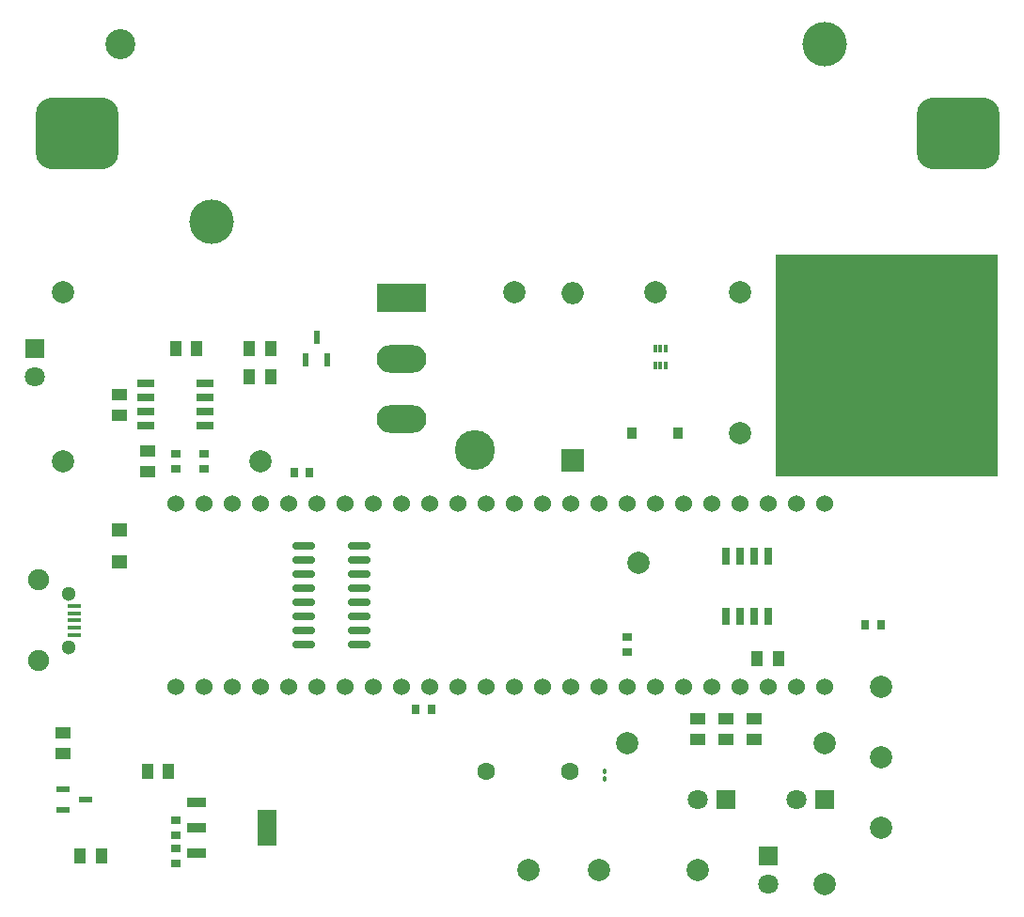
<source format=gbr>
%TF.GenerationSoftware,KiCad,Pcbnew,7.0.1*%
%TF.CreationDate,2023-03-21T08:10:22+02:00*%
%TF.ProjectId,FullSchematic,46756c6c-5363-4686-956d-617469632e6b,rev?*%
%TF.SameCoordinates,Original*%
%TF.FileFunction,Soldermask,Top*%
%TF.FilePolarity,Negative*%
%FSLAX46Y46*%
G04 Gerber Fmt 4.6, Leading zero omitted, Abs format (unit mm)*
G04 Created by KiCad (PCBNEW 7.0.1) date 2023-03-21 08:10:22*
%MOMM*%
%LPD*%
G01*
G04 APERTURE LIST*
G04 Aperture macros list*
%AMRoundRect*
0 Rectangle with rounded corners*
0 $1 Rounding radius*
0 $2 $3 $4 $5 $6 $7 $8 $9 X,Y pos of 4 corners*
0 Add a 4 corners polygon primitive as box body*
4,1,4,$2,$3,$4,$5,$6,$7,$8,$9,$2,$3,0*
0 Add four circle primitives for the rounded corners*
1,1,$1+$1,$2,$3*
1,1,$1+$1,$4,$5*
1,1,$1+$1,$6,$7*
1,1,$1+$1,$8,$9*
0 Add four rect primitives between the rounded corners*
20,1,$1+$1,$2,$3,$4,$5,0*
20,1,$1+$1,$4,$5,$6,$7,0*
20,1,$1+$1,$6,$7,$8,$9,0*
20,1,$1+$1,$8,$9,$2,$3,0*%
G04 Aperture macros list end*
%ADD10R,1.400000X1.300000*%
%ADD11C,2.000000*%
%ADD12RoundRect,0.150000X0.825000X0.150000X-0.825000X0.150000X-0.825000X-0.150000X0.825000X-0.150000X0*%
%ADD13R,0.850000X1.000000*%
%ADD14R,0.650000X1.500000*%
%ADD15R,0.940000X0.730000*%
%ADD16R,0.600000X1.300000*%
%ADD17R,1.300000X0.600000*%
%ADD18R,1.450000X1.000000*%
%ADD19R,1.000000X1.450000*%
%ADD20C,1.524000*%
%ADD21RoundRect,0.100000X0.100000X-0.130000X0.100000X0.130000X-0.100000X0.130000X-0.100000X-0.130000X0*%
%ADD22R,0.730000X0.940000*%
%ADD23R,4.500000X2.500000*%
%ADD24O,4.500000X2.500000*%
%ADD25R,1.750000X0.950000*%
%ADD26R,1.750000X3.200000*%
%ADD27R,1.800000X1.800000*%
%ADD28C,1.800000*%
%ADD29C,3.600000*%
%ADD30R,20.000000X20.000000*%
%ADD31R,0.340000X0.700000*%
%ADD32R,1.500000X0.650000*%
%ADD33C,1.600000*%
%ADD34R,2.000000X2.000000*%
%ADD35O,2.000000X2.000000*%
%ADD36C,4.000000*%
%ADD37C,2.700000*%
%ADD38RoundRect,1.625000X2.125000X1.625000X-2.125000X1.625000X-2.125000X-1.625000X2.125000X-1.625000X0*%
%ADD39R,1.250000X0.400000*%
%ADD40C,1.300000*%
%ADD41C,1.900000*%
G04 APERTURE END LIST*
D10*
%TO.C,D4*%
X91440000Y-97610000D03*
X91440000Y-100510000D03*
%TD*%
D11*
%TO.C,TP9*%
X134620000Y-128270000D03*
%TD*%
D12*
%TO.C,U2*%
X113030000Y-107950000D03*
X113030000Y-106680000D03*
X113030000Y-105410000D03*
X113030000Y-104140000D03*
X113030000Y-102870000D03*
X113030000Y-101600000D03*
X113030000Y-100330000D03*
X113030000Y-99060000D03*
X108080000Y-99060000D03*
X108080000Y-100330000D03*
X108080000Y-101600000D03*
X108080000Y-102870000D03*
X108080000Y-104140000D03*
X108080000Y-105410000D03*
X108080000Y-106680000D03*
X108080000Y-107950000D03*
%TD*%
D13*
%TO.C,C12*%
X141775000Y-88900000D03*
X137625000Y-88900000D03*
%TD*%
D11*
%TO.C,TP14*%
X147320000Y-88900000D03*
%TD*%
D14*
%TO.C,U3*%
X149860000Y-100010000D03*
X148590000Y-100010000D03*
X147320000Y-100010000D03*
X146050000Y-100010000D03*
X146050000Y-105410000D03*
X147320000Y-105410000D03*
X148590000Y-105410000D03*
X149860000Y-105410000D03*
%TD*%
D11*
%TO.C,TP19*%
X104140000Y-91440000D03*
%TD*%
D15*
%TO.C,C10*%
X96520000Y-92150000D03*
X96520000Y-90730000D03*
%TD*%
D16*
%TO.C,Qrevpol1*%
X108270000Y-82330000D03*
X110170000Y-82330000D03*
X109220000Y-80230000D03*
%TD*%
D11*
%TO.C,TP12*%
X147320000Y-76200000D03*
%TD*%
D15*
%TO.C,C9*%
X96520000Y-125170000D03*
X96520000Y-123750000D03*
%TD*%
D11*
%TO.C,TP11*%
X139700000Y-76200000D03*
%TD*%
D15*
%TO.C,C8*%
X96520000Y-126290000D03*
X96520000Y-127710000D03*
%TD*%
%TO.C,C1*%
X137160000Y-107240000D03*
X137160000Y-108660000D03*
%TD*%
D17*
%TO.C,Qrevpol2*%
X86360000Y-120970000D03*
X86360000Y-122870000D03*
X88460000Y-121920000D03*
%TD*%
D18*
%TO.C,R2*%
X148590000Y-114620000D03*
X148590000Y-116520000D03*
%TD*%
D19*
%TO.C,R15*%
X103190000Y-83820000D03*
X105090000Y-83820000D03*
%TD*%
%TO.C,R17*%
X93980000Y-119380000D03*
X95880000Y-119380000D03*
%TD*%
D20*
%TO.C,U4*%
X96520000Y-111760000D03*
X99060000Y-111760000D03*
X101600000Y-111760000D03*
X104140000Y-111760000D03*
X106680000Y-111760000D03*
X109220000Y-111760000D03*
X111760000Y-111760000D03*
X114300000Y-111760000D03*
X116840000Y-111760000D03*
X119380000Y-111760000D03*
X121920000Y-111760000D03*
X124460000Y-111760000D03*
X127000000Y-111760000D03*
X129540000Y-111760000D03*
X132080000Y-111760000D03*
X134620000Y-111760000D03*
X137160000Y-111760000D03*
X139700000Y-111760000D03*
X142240000Y-111760000D03*
X144780000Y-111760000D03*
X147320000Y-111760000D03*
X149860000Y-111760000D03*
X152400000Y-111760000D03*
X154940000Y-111760000D03*
X154940000Y-95250000D03*
X152400000Y-95250000D03*
X149860000Y-95250000D03*
X147320000Y-95250000D03*
X144780000Y-95250000D03*
X142240000Y-95250000D03*
X139700000Y-95250000D03*
X137160000Y-95250000D03*
X134620000Y-95250000D03*
X132080000Y-95250000D03*
X129540000Y-95250000D03*
X127000000Y-95250000D03*
X124460000Y-95250000D03*
X121920000Y-95250000D03*
X119380000Y-95250000D03*
X116840000Y-95250000D03*
X114300000Y-95250000D03*
X111760000Y-95250000D03*
X109220000Y-95250000D03*
X106680000Y-95250000D03*
X104140000Y-95250000D03*
X101600000Y-95250000D03*
X99060000Y-95250000D03*
X96520000Y-95250000D03*
%TD*%
D11*
%TO.C,TP16*%
X86360000Y-91440000D03*
%TD*%
D21*
%TO.C,R11*%
X135128000Y-120045000D03*
X135128000Y-119405000D03*
%TD*%
D11*
%TO.C,TP7*%
X160020000Y-111760000D03*
%TD*%
D22*
%TO.C,C2*%
X119582000Y-113792000D03*
X118162000Y-113792000D03*
%TD*%
D11*
%TO.C,TP10*%
X137160000Y-116840000D03*
%TD*%
D22*
%TO.C,C4*%
X160020000Y-106172000D03*
X158600000Y-106172000D03*
%TD*%
D23*
%TO.C,Q1*%
X116840000Y-76730000D03*
D24*
X116840000Y-82180000D03*
X116840000Y-87630000D03*
%TD*%
D11*
%TO.C,TP15*%
X86360000Y-76200000D03*
%TD*%
D25*
%TO.C,U1*%
X98450000Y-122160000D03*
X98450000Y-124460000D03*
X98450000Y-126760000D03*
D26*
X104750000Y-124460000D03*
%TD*%
D27*
%TO.C,D2*%
X146050000Y-121920000D03*
D28*
X143510000Y-121920000D03*
%TD*%
D11*
%TO.C,TP1*%
X138176000Y-100584000D03*
%TD*%
D29*
%TO.C,TP17*%
X123444000Y-90424000D03*
%TD*%
D30*
%TO.C,P1*%
X160528000Y-82804000D03*
%TD*%
D11*
%TO.C,TP2*%
X143510000Y-128270000D03*
%TD*%
D19*
%TO.C,R4*%
X103190000Y-81280000D03*
X105090000Y-81280000D03*
%TD*%
D18*
%TO.C,R7*%
X86360000Y-115890000D03*
X86360000Y-117790000D03*
%TD*%
D31*
%TO.C,IC1*%
X139700000Y-82780000D03*
X140200000Y-82780000D03*
X140700000Y-82780000D03*
X140700000Y-81280000D03*
X140200000Y-81280000D03*
X139700000Y-81280000D03*
%TD*%
D15*
%TO.C,C11*%
X99060000Y-90730000D03*
X99060000Y-92150000D03*
%TD*%
D32*
%TO.C,J2*%
X93820000Y-84455000D03*
X93820000Y-85725000D03*
X93820000Y-86995000D03*
X93820000Y-88265000D03*
X99220000Y-88265000D03*
X99220000Y-86995000D03*
X99220000Y-85725000D03*
X99220000Y-84455000D03*
%TD*%
D19*
%TO.C,R6*%
X148910000Y-109220000D03*
X150810000Y-109220000D03*
%TD*%
D22*
%TO.C,C3*%
X108608000Y-92456000D03*
X107188000Y-92456000D03*
%TD*%
D33*
%TO.C,R12*%
X132060000Y-119380000D03*
X124460000Y-119380000D03*
%TD*%
D34*
%TO.C,C13*%
X132322500Y-91320000D03*
D35*
X132322500Y-76320000D03*
%TD*%
D11*
%TO.C,TP4*%
X154940000Y-116840000D03*
%TD*%
D36*
%TO.C,BT1*%
X154940000Y-53865000D03*
X99740000Y-69865000D03*
D37*
X91520000Y-53865000D03*
D38*
X87690000Y-61865000D03*
X166990000Y-61865000D03*
%TD*%
D11*
%TO.C,TP13*%
X127000000Y-76200000D03*
%TD*%
D18*
%TO.C,R1*%
X143510000Y-114620000D03*
X143510000Y-116520000D03*
%TD*%
D11*
%TO.C,TP3*%
X154940000Y-129540000D03*
%TD*%
D18*
%TO.C,R3*%
X146050000Y-114620000D03*
X146050000Y-116520000D03*
%TD*%
D11*
%TO.C,TP8*%
X128270000Y-128270000D03*
%TD*%
D39*
%TO.C,J1*%
X87388000Y-104479000D03*
X87388000Y-105129000D03*
X87388000Y-105779000D03*
X87388000Y-106429000D03*
X87388000Y-107079000D03*
D40*
X86868000Y-103354000D03*
X86868000Y-108204000D03*
D41*
X84188000Y-102154000D03*
X84188000Y-109404000D03*
%TD*%
D27*
%TO.C,D3*%
X149860000Y-127000000D03*
D28*
X149860000Y-129540000D03*
%TD*%
D11*
%TO.C,TP6*%
X160020000Y-124460000D03*
%TD*%
%TO.C,TP5*%
X160020000Y-118110000D03*
%TD*%
D27*
%TO.C,D1*%
X154940000Y-121920000D03*
D28*
X152400000Y-121920000D03*
%TD*%
D18*
%TO.C,R5*%
X93980000Y-92390000D03*
X93980000Y-90490000D03*
%TD*%
D19*
%TO.C,R10*%
X98420000Y-81280000D03*
X96520000Y-81280000D03*
%TD*%
D18*
%TO.C,R13*%
X91440000Y-85410000D03*
X91440000Y-87310000D03*
%TD*%
D27*
%TO.C,LEDcharge1*%
X83820000Y-81280000D03*
D28*
X83820000Y-83820000D03*
%TD*%
D19*
%TO.C,R16*%
X87950000Y-127000000D03*
X89850000Y-127000000D03*
%TD*%
M02*

</source>
